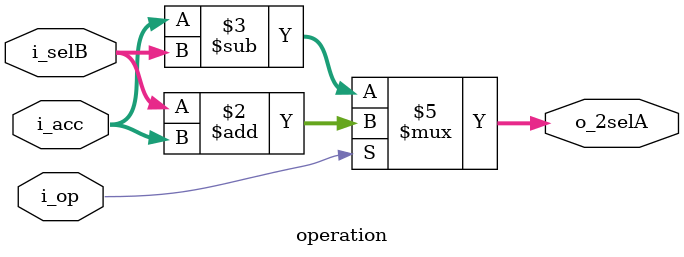
<source format=v>
`timescale 1ns / 1ps


module operation(
    output reg [15:0] o_2selA,
    input [15:0] i_selB,
    input [15:0] i_acc,
    input i_op
    );
    
    always @*
    begin
        if (i_op)
            o_2selA = i_selB + i_acc;
        else
            o_2selA = i_acc - i_selB;
    end
    
endmodule

</source>
